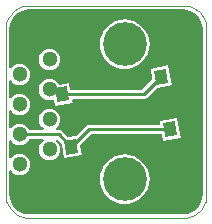
<source format=gtl>
G04*
G04 #@! TF.GenerationSoftware,Altium Limited,Altium Designer,18.1.7 (191)*
G04*
G04 Layer_Physical_Order=1*
G04 Layer_Color=255*
%FSLAX44Y44*%
%MOMM*%
G71*
G01*
G75*
%ADD10C,0.1000*%
G04:AMPARAMS|DCode=14|XSize=1.2mm|YSize=1mm|CornerRadius=0mm|HoleSize=0mm|Usage=FLASHONLY|Rotation=280.000|XOffset=0mm|YOffset=0mm|HoleType=Round|Shape=Rectangle|*
%AMROTATEDRECTD14*
4,1,4,-0.5966,0.5041,0.3882,0.6777,0.5966,-0.5041,-0.3882,-0.6777,-0.5966,0.5041,0.0*
%
%ADD14ROTATEDRECTD14*%

%ADD15C,0.2540*%
%ADD16C,3.7000*%
%ADD17C,1.3000*%
G36*
X153300Y176490D02*
X156473Y175527D01*
X159397Y173964D01*
X161960Y171860D01*
X164064Y169297D01*
X165627Y166373D01*
X166590Y163200D01*
X166910Y159947D01*
X166901Y159900D01*
X166900Y20000D01*
X166910Y19953D01*
X166589Y16700D01*
X165627Y13527D01*
X164064Y10603D01*
X161960Y8040D01*
X159397Y5936D01*
X156473Y4373D01*
X153300Y3410D01*
X150047Y3090D01*
X150000Y3100D01*
X20000D01*
X19953Y3090D01*
X16700Y3411D01*
X13527Y4373D01*
X10603Y5936D01*
X8040Y8040D01*
X5936Y10603D01*
X4373Y13527D01*
X3411Y16700D01*
X3090Y19953D01*
X3100Y20000D01*
Y39942D01*
X4370Y40373D01*
X5383Y39053D01*
X7271Y37604D01*
X9470Y36693D01*
X11830Y36382D01*
X14190Y36693D01*
X16389Y37604D01*
X18277Y39053D01*
X19726Y40941D01*
X20637Y43140D01*
X20948Y45500D01*
X20637Y47860D01*
X19726Y50059D01*
X18277Y51947D01*
X16389Y53396D01*
X14190Y54307D01*
X11830Y54618D01*
X9470Y54307D01*
X7271Y53396D01*
X5383Y51947D01*
X4370Y50627D01*
X3100Y51058D01*
Y65342D01*
X4370Y65773D01*
X5383Y64453D01*
X7271Y63004D01*
X9470Y62093D01*
X11830Y61782D01*
X14190Y62093D01*
X16389Y63004D01*
X18277Y64453D01*
X19726Y66341D01*
X20006Y67015D01*
X31782D01*
X32213Y65745D01*
X30783Y64647D01*
X29334Y62759D01*
X28423Y60560D01*
X28112Y58200D01*
X28423Y55840D01*
X29334Y53641D01*
X30783Y51753D01*
X32671Y50304D01*
X34870Y49393D01*
X37230Y49082D01*
X39590Y49393D01*
X41789Y50304D01*
X43677Y51753D01*
X45126Y53641D01*
X46037Y55840D01*
X46348Y58200D01*
X46037Y60560D01*
X45126Y62759D01*
X43677Y64647D01*
X42803Y65318D01*
X43154Y66650D01*
X43871Y66750D01*
X47583Y63037D01*
X49760Y50692D01*
X64611Y53311D01*
X63035Y62250D01*
X72072Y71287D01*
X132440D01*
X133469Y65452D01*
X148320Y68071D01*
X145354Y84891D01*
X130503Y82273D01*
X130899Y80029D01*
X130082Y79057D01*
X70463D01*
X68976Y78761D01*
X67716Y77919D01*
X59561Y69764D01*
X53001Y68607D01*
X47961Y73647D01*
X46701Y74489D01*
X45215Y74785D01*
X42678D01*
X42246Y76055D01*
X43677Y77153D01*
X45126Y79041D01*
X46037Y81240D01*
X46348Y83600D01*
X46037Y85960D01*
X45126Y88159D01*
X43677Y90047D01*
X41789Y91496D01*
X39590Y92407D01*
X37230Y92718D01*
X34870Y92407D01*
X32671Y91496D01*
X30783Y90047D01*
X29334Y88159D01*
X28423Y85960D01*
X28112Y83600D01*
X28423Y81240D01*
X29334Y79041D01*
X30783Y77153D01*
X32213Y76055D01*
X31782Y74785D01*
X20006D01*
X19726Y75459D01*
X18277Y77347D01*
X16389Y78796D01*
X14190Y79707D01*
X11830Y80018D01*
X9470Y79707D01*
X7271Y78796D01*
X5383Y77347D01*
X4370Y76027D01*
X3100Y76458D01*
Y90742D01*
X4370Y91173D01*
X5383Y89853D01*
X7271Y88404D01*
X9470Y87493D01*
X11830Y87182D01*
X14190Y87493D01*
X16389Y88404D01*
X18277Y89853D01*
X19726Y91741D01*
X20637Y93940D01*
X20948Y96300D01*
X20637Y98660D01*
X19726Y100859D01*
X18277Y102747D01*
X16389Y104196D01*
X14190Y105107D01*
X11830Y105418D01*
X9470Y105107D01*
X7271Y104196D01*
X5383Y102747D01*
X4370Y101427D01*
X3100Y101858D01*
Y116142D01*
X4370Y116573D01*
X5383Y115253D01*
X7271Y113804D01*
X9470Y112893D01*
X11830Y112582D01*
X14190Y112893D01*
X16389Y113804D01*
X18277Y115253D01*
X19726Y117141D01*
X20637Y119340D01*
X20948Y121700D01*
X20637Y124060D01*
X19726Y126259D01*
X18277Y128147D01*
X16389Y129596D01*
X14190Y130507D01*
X11830Y130818D01*
X9470Y130507D01*
X7271Y129596D01*
X5383Y128147D01*
X4370Y126827D01*
X3100Y127258D01*
Y159900D01*
X3090Y159947D01*
X3411Y163200D01*
X4373Y166373D01*
X5936Y169297D01*
X8040Y171860D01*
X10603Y173964D01*
X13527Y175527D01*
X16700Y176490D01*
X19953Y176810D01*
X20000Y176800D01*
X150000D01*
X150047Y176810D01*
X153300Y176490D01*
D02*
G37*
%LPC*%
G36*
X100730Y168242D02*
X96605Y167836D01*
X92639Y166632D01*
X88984Y164679D01*
X85780Y162050D01*
X83151Y158846D01*
X81198Y155191D01*
X79994Y151225D01*
X79588Y147100D01*
X79994Y142976D01*
X81198Y139009D01*
X83151Y135354D01*
X85780Y132150D01*
X88984Y129521D01*
X92639Y127568D01*
X96605Y126364D01*
X100730Y125958D01*
X104854Y126364D01*
X108821Y127568D01*
X112476Y129521D01*
X115680Y132150D01*
X118309Y135354D01*
X120262Y139009D01*
X121466Y142976D01*
X121872Y147100D01*
X121466Y151225D01*
X120262Y155191D01*
X118309Y158846D01*
X115680Y162050D01*
X112476Y164679D01*
X108821Y166632D01*
X104854Y167836D01*
X100730Y168242D01*
D02*
G37*
G36*
X37230Y143518D02*
X34870Y143207D01*
X32671Y142296D01*
X30783Y140847D01*
X29334Y138959D01*
X28423Y136760D01*
X28112Y134400D01*
X28423Y132040D01*
X29334Y129841D01*
X30783Y127953D01*
X32671Y126504D01*
X34870Y125593D01*
X37230Y125282D01*
X39590Y125593D01*
X41789Y126504D01*
X43677Y127953D01*
X45126Y129841D01*
X46037Y132040D01*
X46348Y134400D01*
X46037Y136760D01*
X45126Y138959D01*
X43677Y140847D01*
X41789Y142296D01*
X39590Y143207D01*
X37230Y143518D01*
D02*
G37*
G36*
X137540Y129208D02*
X122689Y126589D01*
X124265Y117650D01*
X115228Y108613D01*
X54860D01*
X53831Y114448D01*
X45376Y112957D01*
X45126Y113559D01*
X43677Y115447D01*
X41789Y116896D01*
X39590Y117807D01*
X37230Y118118D01*
X34870Y117807D01*
X32671Y116896D01*
X30783Y115447D01*
X29334Y113559D01*
X28423Y111360D01*
X28112Y109000D01*
X28423Y106640D01*
X29334Y104441D01*
X30783Y102553D01*
X32671Y101104D01*
X34870Y100193D01*
X37230Y99882D01*
X39590Y100193D01*
X39997Y100361D01*
X41110Y99750D01*
X41946Y95009D01*
X56797Y97627D01*
X56401Y99871D01*
X57218Y100843D01*
X116837D01*
X118324Y101139D01*
X119584Y101981D01*
X127739Y110136D01*
X140506Y112387D01*
X137540Y129208D01*
D02*
G37*
G36*
X100730Y53942D02*
X96605Y53536D01*
X92639Y52333D01*
X88984Y50379D01*
X85780Y47750D01*
X83151Y44546D01*
X81198Y40891D01*
X79994Y36925D01*
X79588Y32800D01*
X79994Y28675D01*
X81198Y24709D01*
X83151Y21054D01*
X85780Y17851D01*
X88984Y15221D01*
X92639Y13268D01*
X96605Y12064D01*
X100730Y11658D01*
X104854Y12064D01*
X108821Y13268D01*
X112476Y15221D01*
X115680Y17851D01*
X118309Y21054D01*
X120262Y24709D01*
X121466Y28675D01*
X121872Y32800D01*
X121466Y36925D01*
X120262Y40891D01*
X118309Y44546D01*
X115680Y47750D01*
X112476Y50379D01*
X108821Y52333D01*
X104854Y53536D01*
X100730Y53942D01*
D02*
G37*
%LPD*%
D10*
X0Y20000D02*
X171Y17390D01*
X681Y14824D01*
X1522Y12346D01*
X2679Y10000D01*
X4133Y7825D01*
X5858Y5858D01*
X7825Y4133D01*
X10000Y2679D01*
X12346Y1522D01*
X14824Y681D01*
X17390Y171D01*
X20000Y0D01*
X150000Y-0D02*
X152611Y171D01*
X155176Y681D01*
X157654Y1522D01*
X160000Y2679D01*
X162175Y4133D01*
X164142Y5858D01*
X165867Y7825D01*
X167320Y10000D01*
X168478Y12346D01*
X169319Y14824D01*
X169829Y17390D01*
X170000Y20000D01*
X170000Y159900D02*
X169829Y162511D01*
X169319Y165076D01*
X168478Y167554D01*
X167320Y169900D01*
X165867Y172075D01*
X164142Y174042D01*
X162175Y175767D01*
X160000Y177220D01*
X157654Y178378D01*
X155176Y179219D01*
X152611Y179729D01*
X150000Y179900D01*
X20000D02*
X17390Y179729D01*
X14824Y179219D01*
X12346Y178378D01*
X10000Y177220D01*
X7825Y175767D01*
X5858Y174042D01*
X4133Y172075D01*
X2679Y169900D01*
X1522Y167554D01*
X681Y165076D01*
X171Y162511D01*
X0Y159900D01*
X20000Y0D02*
X150000D01*
X170000Y20000D02*
X170000Y159900D01*
Y149900D02*
Y159900D01*
X20000Y179900D02*
X150000D01*
X0Y20000D02*
Y159900D01*
D14*
X131597Y119488D02*
D03*
X47889Y104728D02*
D03*
X139411Y75172D02*
D03*
X55703Y60412D02*
D03*
D15*
X116837Y104728D02*
X131597Y119488D01*
X47889Y104728D02*
X116837D01*
X43617Y109000D02*
X47889Y104728D01*
X37230Y109000D02*
X43617D01*
X70463Y75172D02*
X139411D01*
X55703Y60412D02*
X70463Y75172D01*
X45215Y70900D02*
X55703Y60412D01*
X11830Y70900D02*
X45215D01*
D16*
X100730Y147100D02*
D03*
Y32800D02*
D03*
D17*
X11830Y45500D02*
D03*
X37230Y58200D02*
D03*
X11830Y70900D02*
D03*
Y96300D02*
D03*
X37230Y83600D02*
D03*
X11830Y121700D02*
D03*
X37230Y109000D02*
D03*
Y134400D02*
D03*
M02*

</source>
